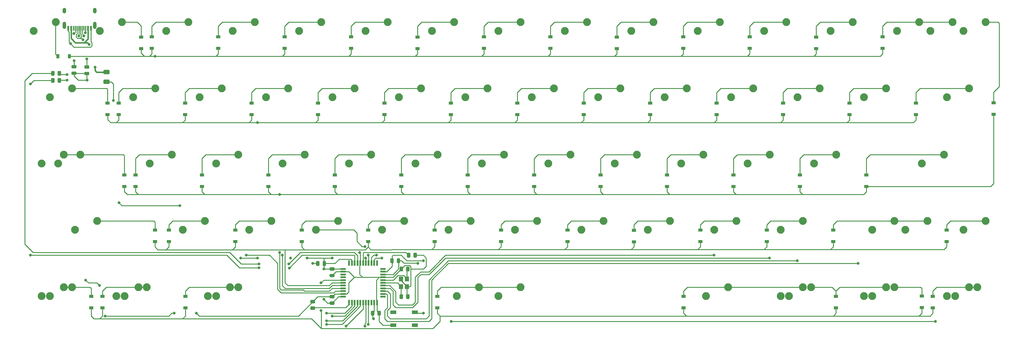
<source format=gbr>
G04 #@! TF.GenerationSoftware,KiCad,Pcbnew,(5.1.10)-1*
G04 #@! TF.CreationDate,2021-11-02T22:14:20+11:00*
G04 #@! TF.ProjectId,x60,7836302e-6b69-4636-9164-5f7063625858,rev?*
G04 #@! TF.SameCoordinates,Original*
G04 #@! TF.FileFunction,Copper,L2,Bot*
G04 #@! TF.FilePolarity,Positive*
%FSLAX46Y46*%
G04 Gerber Fmt 4.6, Leading zero omitted, Abs format (unit mm)*
G04 Created by KiCad (PCBNEW (5.1.10)-1) date 2021-11-02 22:14:20*
%MOMM*%
%LPD*%
G01*
G04 APERTURE LIST*
G04 #@! TA.AperFunction,ComponentPad*
%ADD10C,2.250000*%
G04 #@! TD*
G04 #@! TA.AperFunction,SMDPad,CuDef*
%ADD11R,0.600000X1.450000*%
G04 #@! TD*
G04 #@! TA.AperFunction,SMDPad,CuDef*
%ADD12R,0.300000X1.450000*%
G04 #@! TD*
G04 #@! TA.AperFunction,ComponentPad*
%ADD13O,1.000000X2.100000*%
G04 #@! TD*
G04 #@! TA.AperFunction,ComponentPad*
%ADD14O,1.000000X1.600000*%
G04 #@! TD*
G04 #@! TA.AperFunction,SMDPad,CuDef*
%ADD15R,0.900000X1.200000*%
G04 #@! TD*
G04 #@! TA.AperFunction,SMDPad,CuDef*
%ADD16R,1.200000X1.400000*%
G04 #@! TD*
G04 #@! TA.AperFunction,SMDPad,CuDef*
%ADD17R,1.500000X0.550000*%
G04 #@! TD*
G04 #@! TA.AperFunction,SMDPad,CuDef*
%ADD18R,0.550000X1.500000*%
G04 #@! TD*
G04 #@! TA.AperFunction,SMDPad,CuDef*
%ADD19R,1.800000X1.100000*%
G04 #@! TD*
G04 #@! TA.AperFunction,SMDPad,CuDef*
%ADD20R,1.200000X0.900000*%
G04 #@! TD*
G04 #@! TA.AperFunction,ViaPad*
%ADD21C,0.800000*%
G04 #@! TD*
G04 #@! TA.AperFunction,Conductor*
%ADD22C,0.254000*%
G04 #@! TD*
G04 #@! TA.AperFunction,Conductor*
%ADD23C,0.381000*%
G04 #@! TD*
G04 APERTURE END LIST*
D10*
X91434400Y-123499400D03*
X85084400Y-126039400D03*
X110410900Y-123508900D03*
X104060900Y-126048900D03*
D11*
X101500900Y-125311400D03*
X100700900Y-125311400D03*
X95800900Y-125311400D03*
X95000900Y-125311400D03*
X95000900Y-125311400D03*
X95800900Y-125311400D03*
X100700900Y-125311400D03*
X101500900Y-125311400D03*
D12*
X96500900Y-125311400D03*
X97000900Y-125311400D03*
X97500900Y-125311400D03*
X98500900Y-125311400D03*
X99000900Y-125311400D03*
X99500900Y-125311400D03*
X100000900Y-125311400D03*
X98000900Y-125311400D03*
D13*
X102570900Y-124396400D03*
X93930900Y-124396400D03*
D14*
X93930900Y-120216400D03*
X102570900Y-120216400D03*
D15*
X92014650Y-133351400D03*
X95314650Y-133351400D03*
D10*
X212804650Y-199708900D03*
X206454650Y-202248900D03*
X224710900Y-199708900D03*
X218360900Y-202248900D03*
G04 #@! TA.AperFunction,SMDPad,CuDef*
G36*
G01*
X100777150Y-136888900D02*
X99864650Y-136888900D01*
G75*
G02*
X99620900Y-136645150I0J243750D01*
G01*
X99620900Y-136157650D01*
G75*
G02*
X99864650Y-135913900I243750J0D01*
G01*
X100777150Y-135913900D01*
G75*
G02*
X101020900Y-136157650I0J-243750D01*
G01*
X101020900Y-136645150D01*
G75*
G02*
X100777150Y-136888900I-243750J0D01*
G01*
G37*
G04 #@! TD.AperFunction*
G04 #@! TA.AperFunction,SMDPad,CuDef*
G36*
G01*
X100777150Y-138763900D02*
X99864650Y-138763900D01*
G75*
G02*
X99620900Y-138520150I0J243750D01*
G01*
X99620900Y-138032650D01*
G75*
G02*
X99864650Y-137788900I243750J0D01*
G01*
X100777150Y-137788900D01*
G75*
G02*
X101020900Y-138032650I0J-243750D01*
G01*
X101020900Y-138520150D01*
G75*
G02*
X100777150Y-138763900I-243750J0D01*
G01*
G37*
G04 #@! TD.AperFunction*
G04 #@! TA.AperFunction,SMDPad,CuDef*
G36*
G01*
X97107150Y-136828900D02*
X96194650Y-136828900D01*
G75*
G02*
X95950900Y-136585150I0J243750D01*
G01*
X95950900Y-136097650D01*
G75*
G02*
X96194650Y-135853900I243750J0D01*
G01*
X97107150Y-135853900D01*
G75*
G02*
X97350900Y-136097650I0J-243750D01*
G01*
X97350900Y-136585150D01*
G75*
G02*
X97107150Y-136828900I-243750J0D01*
G01*
G37*
G04 #@! TD.AperFunction*
G04 #@! TA.AperFunction,SMDPad,CuDef*
G36*
G01*
X97107150Y-138703900D02*
X96194650Y-138703900D01*
G75*
G02*
X95950900Y-138460150I0J243750D01*
G01*
X95950900Y-137972650D01*
G75*
G02*
X96194650Y-137728900I243750J0D01*
G01*
X97107150Y-137728900D01*
G75*
G02*
X97350900Y-137972650I0J-243750D01*
G01*
X97350900Y-138460150D01*
G75*
G02*
X97107150Y-138703900I-243750J0D01*
G01*
G37*
G04 #@! TD.AperFunction*
X172404650Y-180658900D03*
X166054650Y-183198900D03*
G04 #@! TA.AperFunction,SMDPad,CuDef*
G36*
G01*
X106605900Y-138496400D02*
X105355900Y-138496400D01*
G75*
G02*
X105105900Y-138246400I0J250000D01*
G01*
X105105900Y-137496400D01*
G75*
G02*
X105355900Y-137246400I250000J0D01*
G01*
X106605900Y-137246400D01*
G75*
G02*
X106855900Y-137496400I0J-250000D01*
G01*
X106855900Y-138246400D01*
G75*
G02*
X106605900Y-138496400I-250000J0D01*
G01*
G37*
G04 #@! TD.AperFunction*
G04 #@! TA.AperFunction,SMDPad,CuDef*
G36*
G01*
X106605900Y-141296400D02*
X105355900Y-141296400D01*
G75*
G02*
X105105900Y-141046400I0J250000D01*
G01*
X105105900Y-140296400D01*
G75*
G02*
X105355900Y-140046400I250000J0D01*
G01*
X106605900Y-140046400D01*
G75*
G02*
X106855900Y-140296400I0J-250000D01*
G01*
X106855900Y-141046400D01*
G75*
G02*
X106605900Y-141296400I-250000J0D01*
G01*
G37*
G04 #@! TD.AperFunction*
G04 #@! TA.AperFunction,SMDPad,CuDef*
G36*
G01*
X167033400Y-192426400D02*
X167033400Y-193338900D01*
G75*
G02*
X166789650Y-193582650I-243750J0D01*
G01*
X166302150Y-193582650D01*
G75*
G02*
X166058400Y-193338900I0J243750D01*
G01*
X166058400Y-192426400D01*
G75*
G02*
X166302150Y-192182650I243750J0D01*
G01*
X166789650Y-192182650D01*
G75*
G02*
X167033400Y-192426400I0J-243750D01*
G01*
G37*
G04 #@! TD.AperFunction*
G04 #@! TA.AperFunction,SMDPad,CuDef*
G36*
G01*
X168908400Y-192426400D02*
X168908400Y-193338900D01*
G75*
G02*
X168664650Y-193582650I-243750J0D01*
G01*
X168177150Y-193582650D01*
G75*
G02*
X167933400Y-193338900I0J243750D01*
G01*
X167933400Y-192426400D01*
G75*
G02*
X168177150Y-192182650I243750J0D01*
G01*
X168664650Y-192182650D01*
G75*
G02*
X168908400Y-192426400I0J-243750D01*
G01*
G37*
G04 #@! TD.AperFunction*
G04 #@! TA.AperFunction,SMDPad,CuDef*
G36*
G01*
X170202150Y-195857650D02*
X171114650Y-195857650D01*
G75*
G02*
X171358400Y-196101400I0J-243750D01*
G01*
X171358400Y-196588900D01*
G75*
G02*
X171114650Y-196832650I-243750J0D01*
G01*
X170202150Y-196832650D01*
G75*
G02*
X169958400Y-196588900I0J243750D01*
G01*
X169958400Y-196101400D01*
G75*
G02*
X170202150Y-195857650I243750J0D01*
G01*
G37*
G04 #@! TD.AperFunction*
G04 #@! TA.AperFunction,SMDPad,CuDef*
G36*
G01*
X170202150Y-193982650D02*
X171114650Y-193982650D01*
G75*
G02*
X171358400Y-194226400I0J-243750D01*
G01*
X171358400Y-194713900D01*
G75*
G02*
X171114650Y-194957650I-243750J0D01*
G01*
X170202150Y-194957650D01*
G75*
G02*
X169958400Y-194713900I0J243750D01*
G01*
X169958400Y-194226400D01*
G75*
G02*
X170202150Y-193982650I243750J0D01*
G01*
G37*
G04 #@! TD.AperFunction*
X191373400Y-180658900D03*
X185023400Y-183198900D03*
X93742150Y-199708900D03*
X87392150Y-202248900D03*
D16*
X190389650Y-197338900D03*
X190389650Y-199538900D03*
X192089650Y-199538900D03*
X192089650Y-197338900D03*
D17*
X173833400Y-194438900D03*
X173833400Y-195238900D03*
X173833400Y-196038900D03*
X173833400Y-196838900D03*
X173833400Y-197638900D03*
X173833400Y-198438900D03*
X173833400Y-199238900D03*
X173833400Y-200038900D03*
X173833400Y-200838900D03*
X173833400Y-201638900D03*
X173833400Y-202438900D03*
D18*
X175533400Y-204138900D03*
X176333400Y-204138900D03*
X177133400Y-204138900D03*
X177933400Y-204138900D03*
X178733400Y-204138900D03*
X179533400Y-204138900D03*
X180333400Y-204138900D03*
X181133400Y-204138900D03*
X181933400Y-204138900D03*
X182733400Y-204138900D03*
X183533400Y-204138900D03*
D17*
X185233400Y-202438900D03*
X185233400Y-201638900D03*
X185233400Y-200838900D03*
X185233400Y-200038900D03*
X185233400Y-199238900D03*
X185233400Y-198438900D03*
X185233400Y-197638900D03*
X185233400Y-196838900D03*
X185233400Y-196038900D03*
X185233400Y-195238900D03*
X185233400Y-194438900D03*
D18*
X183533400Y-192738900D03*
X182733400Y-192738900D03*
X181933400Y-192738900D03*
X181133400Y-192738900D03*
X180333400Y-192738900D03*
X179533400Y-192738900D03*
X178733400Y-192738900D03*
X177933400Y-192738900D03*
X177133400Y-192738900D03*
X176333400Y-192738900D03*
X175533400Y-192738900D03*
D19*
X194395900Y-210607650D03*
X188195900Y-206907650D03*
X194395900Y-206907650D03*
X188195900Y-210607650D03*
G04 #@! TA.AperFunction,SMDPad,CuDef*
G36*
G01*
X164645900Y-205238900D02*
X165558400Y-205238900D01*
G75*
G02*
X165802150Y-205482650I0J-243750D01*
G01*
X165802150Y-205970150D01*
G75*
G02*
X165558400Y-206213900I-243750J0D01*
G01*
X164645900Y-206213900D01*
G75*
G02*
X164402150Y-205970150I0J243750D01*
G01*
X164402150Y-205482650D01*
G75*
G02*
X164645900Y-205238900I243750J0D01*
G01*
G37*
G04 #@! TD.AperFunction*
G04 #@! TA.AperFunction,SMDPad,CuDef*
G36*
G01*
X164645900Y-203363900D02*
X165558400Y-203363900D01*
G75*
G02*
X165802150Y-203607650I0J-243750D01*
G01*
X165802150Y-204095150D01*
G75*
G02*
X165558400Y-204338900I-243750J0D01*
G01*
X164645900Y-204338900D01*
G75*
G02*
X164402150Y-204095150I0J243750D01*
G01*
X164402150Y-203607650D01*
G75*
G02*
X164645900Y-203363900I243750J0D01*
G01*
G37*
G04 #@! TD.AperFunction*
G04 #@! TA.AperFunction,SMDPad,CuDef*
G36*
G01*
X188320900Y-191632650D02*
X188320900Y-192545150D01*
G75*
G02*
X188077150Y-192788900I-243750J0D01*
G01*
X187589650Y-192788900D01*
G75*
G02*
X187345900Y-192545150I0J243750D01*
G01*
X187345900Y-191632650D01*
G75*
G02*
X187589650Y-191388900I243750J0D01*
G01*
X188077150Y-191388900D01*
G75*
G02*
X188320900Y-191632650I0J-243750D01*
G01*
G37*
G04 #@! TD.AperFunction*
G04 #@! TA.AperFunction,SMDPad,CuDef*
G36*
G01*
X190195900Y-191632650D02*
X190195900Y-192545150D01*
G75*
G02*
X189952150Y-192788900I-243750J0D01*
G01*
X189464650Y-192788900D01*
G75*
G02*
X189220900Y-192545150I0J243750D01*
G01*
X189220900Y-191632650D01*
G75*
G02*
X189464650Y-191388900I243750J0D01*
G01*
X189952150Y-191388900D01*
G75*
G02*
X190195900Y-191632650I0J-243750D01*
G01*
G37*
G04 #@! TD.AperFunction*
G04 #@! TA.AperFunction,SMDPad,CuDef*
G36*
G01*
X91970900Y-138677650D02*
X91970900Y-137765150D01*
G75*
G02*
X92214650Y-137521400I243750J0D01*
G01*
X92702150Y-137521400D01*
G75*
G02*
X92945900Y-137765150I0J-243750D01*
G01*
X92945900Y-138677650D01*
G75*
G02*
X92702150Y-138921400I-243750J0D01*
G01*
X92214650Y-138921400D01*
G75*
G02*
X91970900Y-138677650I0J243750D01*
G01*
G37*
G04 #@! TD.AperFunction*
G04 #@! TA.AperFunction,SMDPad,CuDef*
G36*
G01*
X90095900Y-138677650D02*
X90095900Y-137765150D01*
G75*
G02*
X90339650Y-137521400I243750J0D01*
G01*
X90827150Y-137521400D01*
G75*
G02*
X91070900Y-137765150I0J-243750D01*
G01*
X91070900Y-138677650D01*
G75*
G02*
X90827150Y-138921400I-243750J0D01*
G01*
X90339650Y-138921400D01*
G75*
G02*
X90095900Y-138677650I0J243750D01*
G01*
G37*
G04 #@! TD.AperFunction*
G04 #@! TA.AperFunction,SMDPad,CuDef*
G36*
G01*
X91970900Y-140717650D02*
X91970900Y-139805150D01*
G75*
G02*
X92214650Y-139561400I243750J0D01*
G01*
X92702150Y-139561400D01*
G75*
G02*
X92945900Y-139805150I0J-243750D01*
G01*
X92945900Y-140717650D01*
G75*
G02*
X92702150Y-140961400I-243750J0D01*
G01*
X92214650Y-140961400D01*
G75*
G02*
X91970900Y-140717650I0J243750D01*
G01*
G37*
G04 #@! TD.AperFunction*
G04 #@! TA.AperFunction,SMDPad,CuDef*
G36*
G01*
X90095900Y-140717650D02*
X90095900Y-139805150D01*
G75*
G02*
X90339650Y-139561400I243750J0D01*
G01*
X90827150Y-139561400D01*
G75*
G02*
X91070900Y-139805150I0J-243750D01*
G01*
X91070900Y-140717650D01*
G75*
G02*
X90827150Y-140961400I-243750J0D01*
G01*
X90339650Y-140961400D01*
G75*
G02*
X90095900Y-140717650I0J243750D01*
G01*
G37*
G04 #@! TD.AperFunction*
D10*
X353298400Y-199708900D03*
X346948400Y-202248900D03*
X308054650Y-199708900D03*
X301704650Y-202248900D03*
X305673400Y-199708900D03*
X299323400Y-202248900D03*
X143748400Y-199708900D03*
X137398400Y-202248900D03*
X115173400Y-199708900D03*
X108823400Y-202248900D03*
X96123400Y-199708900D03*
X89773400Y-202248900D03*
X331867150Y-180658900D03*
X325517150Y-183198900D03*
X93742150Y-161608900D03*
X87392150Y-164148900D03*
X339010900Y-123508900D03*
X332660900Y-126048900D03*
X355679650Y-199708900D03*
X349329650Y-202248900D03*
X331867150Y-199708900D03*
X325517150Y-202248900D03*
X329485900Y-199708900D03*
X323135900Y-202248900D03*
X284242150Y-199708900D03*
X277892150Y-202248900D03*
X141367150Y-199708900D03*
X135017150Y-202248900D03*
X117554650Y-199708900D03*
X111204650Y-202248900D03*
X358060900Y-180658900D03*
X351710900Y-183198900D03*
X341392150Y-180658900D03*
X335042150Y-183198900D03*
X305673400Y-180658900D03*
X299323400Y-183198900D03*
X286623400Y-180658900D03*
X280273400Y-183198900D03*
X267573400Y-180658900D03*
X261223400Y-183198900D03*
X248523400Y-180658900D03*
X242173400Y-183198900D03*
X229473400Y-180658900D03*
X223123400Y-183198900D03*
X210423400Y-180658900D03*
X204073400Y-183198900D03*
X153273400Y-180658900D03*
X146923400Y-183198900D03*
X134223400Y-180658900D03*
X127873400Y-183198900D03*
X103267150Y-180658900D03*
X96917150Y-183198900D03*
X346154650Y-161608900D03*
X339804650Y-164148900D03*
X315198400Y-161608900D03*
X308848400Y-164148900D03*
X296148400Y-161608900D03*
X289798400Y-164148900D03*
X277098400Y-161608900D03*
X270748400Y-164148900D03*
X258048400Y-161608900D03*
X251698400Y-164148900D03*
X238998400Y-161608900D03*
X232648400Y-164148900D03*
X219948400Y-161608900D03*
X213598400Y-164148900D03*
X200898400Y-161608900D03*
X194548400Y-164148900D03*
X181848400Y-161608900D03*
X175498400Y-164148900D03*
X162798400Y-161608900D03*
X156448400Y-164148900D03*
X143748400Y-161608900D03*
X137398400Y-164148900D03*
X124698400Y-161608900D03*
X118348400Y-164148900D03*
X98504650Y-161608900D03*
X92154650Y-164148900D03*
X353298400Y-142558900D03*
X346948400Y-145098900D03*
X329485900Y-142558900D03*
X323135900Y-145098900D03*
X310435900Y-142558900D03*
X304085900Y-145098900D03*
X291385900Y-142558900D03*
X285035900Y-145098900D03*
X272335900Y-142558900D03*
X265985900Y-145098900D03*
X253285900Y-142558900D03*
X246935900Y-145098900D03*
X234235900Y-142558900D03*
X227885900Y-145098900D03*
X215185900Y-142558900D03*
X208835900Y-145098900D03*
X196135900Y-142558900D03*
X189785900Y-145098900D03*
X177085900Y-142558900D03*
X170735900Y-145098900D03*
X158035900Y-142558900D03*
X151685900Y-145098900D03*
X138985900Y-142558900D03*
X132635900Y-145098900D03*
X119935900Y-142558900D03*
X113585900Y-145098900D03*
X96123400Y-142558900D03*
X89773400Y-145098900D03*
X358060900Y-123508900D03*
X351710900Y-126048900D03*
X348535900Y-123508900D03*
X342185900Y-126048900D03*
X319960900Y-123508900D03*
X313610900Y-126048900D03*
X300910900Y-123508900D03*
X294560900Y-126048900D03*
X281860900Y-123508900D03*
X275510900Y-126048900D03*
X262810900Y-123508900D03*
X256460900Y-126048900D03*
X243760900Y-123508900D03*
X237410900Y-126048900D03*
X224710900Y-123508900D03*
X218360900Y-126048900D03*
X205660900Y-123508900D03*
X199310900Y-126048900D03*
X186610900Y-123508900D03*
X180260900Y-126048900D03*
X167560900Y-123508900D03*
X161210900Y-126048900D03*
X148510900Y-123508900D03*
X142160900Y-126048900D03*
X129460900Y-123508900D03*
X123110900Y-126048900D03*
D20*
X342902150Y-202345150D03*
X342902150Y-205645150D03*
X339727150Y-202282650D03*
X339727150Y-205582650D03*
X315120900Y-202345150D03*
X315120900Y-205645150D03*
X271464650Y-202345150D03*
X271464650Y-205645150D03*
X200820900Y-202345150D03*
X200820900Y-205645150D03*
X128589650Y-202345150D03*
X128589650Y-205645150D03*
X104777150Y-202345150D03*
X104777150Y-205645150D03*
X101602150Y-202345150D03*
X101602150Y-205645150D03*
X346870900Y-183295150D03*
X346870900Y-186595150D03*
X314327150Y-183295150D03*
X314327150Y-186595150D03*
X295277150Y-183295150D03*
X295277150Y-186595150D03*
X276227150Y-183295150D03*
X276227150Y-186595150D03*
X257177150Y-183357650D03*
X257177150Y-186657650D03*
X238127150Y-183295150D03*
X238127150Y-186595150D03*
X219077150Y-183295150D03*
X219077150Y-186595150D03*
X200027150Y-183295150D03*
X200027150Y-186595150D03*
X180977150Y-183295150D03*
X180977150Y-186595150D03*
X161927150Y-183295150D03*
X161927150Y-186595150D03*
X142877150Y-183295150D03*
X142877150Y-186595150D03*
X123827150Y-183295150D03*
X123827150Y-186595150D03*
X119858400Y-183295150D03*
X119858400Y-186595150D03*
X323852150Y-167420150D03*
X323852150Y-170720150D03*
X304802150Y-167420150D03*
X304802150Y-170720150D03*
X285752150Y-167420150D03*
X285752150Y-170720150D03*
X266702150Y-167420150D03*
X266702150Y-170720150D03*
X247652150Y-167420150D03*
X247652150Y-170720150D03*
X228602150Y-167420150D03*
X228602150Y-170720150D03*
X209552150Y-167420150D03*
X209552150Y-170720150D03*
X190502150Y-167420150D03*
X190502150Y-170720150D03*
X171452150Y-167420150D03*
X171452150Y-170720150D03*
X152402150Y-167420150D03*
X152402150Y-170720150D03*
X133352150Y-167420150D03*
X133352150Y-170720150D03*
X114302150Y-167420150D03*
X114302150Y-170720150D03*
X111045900Y-167420150D03*
X111045900Y-170720150D03*
X338058400Y-146782650D03*
X338058400Y-150082650D03*
X319008400Y-146782650D03*
X319008400Y-150082650D03*
X299958400Y-146782650D03*
X299958400Y-150082650D03*
X280908400Y-146782650D03*
X280908400Y-150082650D03*
X261858400Y-146782650D03*
X261858400Y-150082650D03*
X242808400Y-146782650D03*
X242808400Y-150082650D03*
X223758400Y-146782650D03*
X223758400Y-150082650D03*
X204708400Y-146782650D03*
X204708400Y-150082650D03*
X185658400Y-146782650D03*
X185658400Y-150082650D03*
X166608400Y-146782650D03*
X166608400Y-150082650D03*
X147558400Y-146782650D03*
X147558400Y-150082650D03*
X128508400Y-146782650D03*
X128508400Y-150082650D03*
X109458400Y-146782650D03*
X109458400Y-150082650D03*
X106283400Y-146782650D03*
X106283400Y-150082650D03*
X360364650Y-146720150D03*
X360364650Y-150020150D03*
X328533400Y-127732650D03*
X328533400Y-131032650D03*
X309483400Y-127795150D03*
X309483400Y-131095150D03*
X290433400Y-127732650D03*
X290433400Y-131032650D03*
X271383400Y-127732650D03*
X271383400Y-131032650D03*
X252333400Y-127795150D03*
X252333400Y-131095150D03*
X233283400Y-127732650D03*
X233283400Y-131032650D03*
X214233400Y-127732650D03*
X214233400Y-131032650D03*
X195183400Y-127795150D03*
X195183400Y-131095150D03*
X176133400Y-127732650D03*
X176133400Y-131032650D03*
X157083400Y-127732650D03*
X157083400Y-131032650D03*
X138033400Y-127732650D03*
X138033400Y-131032650D03*
X118983400Y-127732650D03*
X118983400Y-131032650D03*
X115889650Y-127795150D03*
X115889650Y-131095150D03*
G04 #@! TA.AperFunction,SMDPad,CuDef*
G36*
G01*
X171114650Y-202895150D02*
X170202150Y-202895150D01*
G75*
G02*
X169958400Y-202651400I0J243750D01*
G01*
X169958400Y-202163900D01*
G75*
G02*
X170202150Y-201920150I243750J0D01*
G01*
X171114650Y-201920150D01*
G75*
G02*
X171358400Y-202163900I0J-243750D01*
G01*
X171358400Y-202651400D01*
G75*
G02*
X171114650Y-202895150I-243750J0D01*
G01*
G37*
G04 #@! TD.AperFunction*
G04 #@! TA.AperFunction,SMDPad,CuDef*
G36*
G01*
X171114650Y-204770150D02*
X170202150Y-204770150D01*
G75*
G02*
X169958400Y-204526400I0J243750D01*
G01*
X169958400Y-204038900D01*
G75*
G02*
X170202150Y-203795150I243750J0D01*
G01*
X171114650Y-203795150D01*
G75*
G02*
X171358400Y-204038900I0J-243750D01*
G01*
X171358400Y-204526400D01*
G75*
G02*
X171114650Y-204770150I-243750J0D01*
G01*
G37*
G04 #@! TD.AperFunction*
G04 #@! TA.AperFunction,SMDPad,CuDef*
G36*
G01*
X193983400Y-190957650D02*
X193983400Y-190045150D01*
G75*
G02*
X194227150Y-189801400I243750J0D01*
G01*
X194714650Y-189801400D01*
G75*
G02*
X194958400Y-190045150I0J-243750D01*
G01*
X194958400Y-190957650D01*
G75*
G02*
X194714650Y-191201400I-243750J0D01*
G01*
X194227150Y-191201400D01*
G75*
G02*
X193983400Y-190957650I0J243750D01*
G01*
G37*
G04 #@! TD.AperFunction*
G04 #@! TA.AperFunction,SMDPad,CuDef*
G36*
G01*
X192108400Y-190957650D02*
X192108400Y-190045150D01*
G75*
G02*
X192352150Y-189801400I243750J0D01*
G01*
X192839650Y-189801400D01*
G75*
G02*
X193083400Y-190045150I0J-243750D01*
G01*
X193083400Y-190957650D01*
G75*
G02*
X192839650Y-191201400I-243750J0D01*
G01*
X192352150Y-191201400D01*
G75*
G02*
X192108400Y-190957650I0J243750D01*
G01*
G37*
G04 #@! TD.AperFunction*
G04 #@! TA.AperFunction,SMDPad,CuDef*
G36*
G01*
X190989650Y-194013900D02*
X190989650Y-194926400D01*
G75*
G02*
X190745900Y-195170150I-243750J0D01*
G01*
X190258400Y-195170150D01*
G75*
G02*
X190014650Y-194926400I0J243750D01*
G01*
X190014650Y-194013900D01*
G75*
G02*
X190258400Y-193770150I243750J0D01*
G01*
X190745900Y-193770150D01*
G75*
G02*
X190989650Y-194013900I0J-243750D01*
G01*
G37*
G04 #@! TD.AperFunction*
G04 #@! TA.AperFunction,SMDPad,CuDef*
G36*
G01*
X192864650Y-194013900D02*
X192864650Y-194926400D01*
G75*
G02*
X192620900Y-195170150I-243750J0D01*
G01*
X192133400Y-195170150D01*
G75*
G02*
X191889650Y-194926400I0J243750D01*
G01*
X191889650Y-194013900D01*
G75*
G02*
X192133400Y-193770150I243750J0D01*
G01*
X192620900Y-193770150D01*
G75*
G02*
X192864650Y-194013900I0J-243750D01*
G01*
G37*
G04 #@! TD.AperFunction*
G04 #@! TA.AperFunction,SMDPad,CuDef*
G36*
G01*
X191889650Y-202863900D02*
X191889650Y-201951400D01*
G75*
G02*
X192133400Y-201707650I243750J0D01*
G01*
X192620900Y-201707650D01*
G75*
G02*
X192864650Y-201951400I0J-243750D01*
G01*
X192864650Y-202863900D01*
G75*
G02*
X192620900Y-203107650I-243750J0D01*
G01*
X192133400Y-203107650D01*
G75*
G02*
X191889650Y-202863900I0J243750D01*
G01*
G37*
G04 #@! TD.AperFunction*
G04 #@! TA.AperFunction,SMDPad,CuDef*
G36*
G01*
X190014650Y-202863900D02*
X190014650Y-201951400D01*
G75*
G02*
X190258400Y-201707650I243750J0D01*
G01*
X190745900Y-201707650D01*
G75*
G02*
X190989650Y-201951400I0J-243750D01*
G01*
X190989650Y-202863900D01*
G75*
G02*
X190745900Y-203107650I-243750J0D01*
G01*
X190258400Y-203107650D01*
G75*
G02*
X190014650Y-202863900I0J243750D01*
G01*
G37*
G04 #@! TD.AperFunction*
G04 #@! TA.AperFunction,SMDPad,CuDef*
G36*
G01*
X183664650Y-207626400D02*
X183664650Y-206713900D01*
G75*
G02*
X183908400Y-206470150I243750J0D01*
G01*
X184395900Y-206470150D01*
G75*
G02*
X184639650Y-206713900I0J-243750D01*
G01*
X184639650Y-207626400D01*
G75*
G02*
X184395900Y-207870150I-243750J0D01*
G01*
X183908400Y-207870150D01*
G75*
G02*
X183664650Y-207626400I0J243750D01*
G01*
G37*
G04 #@! TD.AperFunction*
G04 #@! TA.AperFunction,SMDPad,CuDef*
G36*
G01*
X181789650Y-207626400D02*
X181789650Y-206713900D01*
G75*
G02*
X182033400Y-206470150I243750J0D01*
G01*
X182520900Y-206470150D01*
G75*
G02*
X182764650Y-206713900I0J-243750D01*
G01*
X182764650Y-207626400D01*
G75*
G02*
X182520900Y-207870150I-243750J0D01*
G01*
X182033400Y-207870150D01*
G75*
G02*
X181789650Y-207626400I0J243750D01*
G01*
G37*
G04 #@! TD.AperFunction*
D21*
X178595900Y-189707650D03*
X165102150Y-192882650D03*
X95630900Y-129711400D03*
X100410900Y-140181400D03*
X131764650Y-207170150D03*
X125414650Y-207170150D03*
X105570900Y-207963900D03*
X103983400Y-199232650D03*
X100014650Y-197645150D03*
X168277150Y-203201400D03*
X180260400Y-191295150D03*
X170658400Y-191295150D03*
X168277150Y-194470150D03*
X182564650Y-208757650D03*
X163514650Y-191295150D03*
X158752150Y-191295150D03*
X149227150Y-191295150D03*
X144464650Y-191295150D03*
X107952150Y-146051400D03*
X109539650Y-175420150D03*
X127002150Y-176213900D03*
X195250200Y-192869100D03*
X146052150Y-190501400D03*
X119858400Y-133351400D03*
X156370900Y-190501400D03*
X155577150Y-173038900D03*
X155577150Y-189707650D03*
X149227150Y-152401400D03*
X167483400Y-198438900D03*
X167483400Y-206376400D03*
X101037399Y-129941400D03*
X102680900Y-136471400D03*
X174627150Y-210853640D03*
X169070900Y-210345150D03*
X169084966Y-209331081D03*
X180977150Y-190501400D03*
X180066208Y-188002958D03*
X169070900Y-207170150D03*
X183358400Y-190501400D03*
X184945900Y-191295150D03*
X180977150Y-210345150D03*
X180116081Y-210853640D03*
X280195900Y-190501400D03*
X296070900Y-191295150D03*
X304008400Y-192088900D03*
X321470900Y-192882650D03*
X170658400Y-207963900D03*
X204789650Y-209551400D03*
X343695900Y-209551400D03*
X99220900Y-128611400D03*
X94620900Y-140191400D03*
X158400900Y-194181400D03*
X149680900Y-194101400D03*
X84139650Y-190501400D03*
X84139650Y-141288900D03*
X98010900Y-127461400D03*
X99464901Y-127484861D03*
X94630900Y-138541400D03*
X158270900Y-193011400D03*
X149710900Y-193018400D03*
X196852150Y-192088900D03*
X196852150Y-207170150D03*
X96638124Y-126778517D03*
X96650900Y-134631400D03*
X99910400Y-126589578D03*
X100340900Y-134101400D03*
D22*
X185233400Y-196838900D02*
X184164650Y-196838900D01*
X184164650Y-196838900D02*
X183358400Y-197645150D01*
X183358400Y-197645150D02*
X183358400Y-203995150D01*
X178595900Y-192876400D02*
X178733400Y-192738900D01*
X178595900Y-196057650D02*
X178595900Y-192876400D01*
X184164650Y-196838900D02*
X179377150Y-196838900D01*
X179377150Y-196838900D02*
X178595900Y-196057650D01*
X179377150Y-196838900D02*
X177020900Y-196838900D01*
X175420900Y-195238900D02*
X173833400Y-195238900D01*
X177020900Y-196838900D02*
X175420900Y-195238900D01*
X174837400Y-201638900D02*
X173833400Y-201638900D01*
X175420900Y-201055400D02*
X174837400Y-201638900D01*
X175420900Y-198438900D02*
X175420900Y-201055400D01*
X177020900Y-196838900D02*
X175420900Y-198438900D01*
X183533400Y-206551400D02*
X184152150Y-207170150D01*
X183533400Y-204138900D02*
X183533400Y-206551400D01*
X185208400Y-210607650D02*
X188195900Y-210607650D01*
X184152150Y-207170150D02*
X184152150Y-209551400D01*
X184152150Y-209551400D02*
X185208400Y-210607650D01*
X190389650Y-194582650D02*
X190502150Y-194470150D01*
X192089650Y-202120150D02*
X192377150Y-202407650D01*
X192089650Y-199538900D02*
X192089650Y-202120150D01*
X188133400Y-196838900D02*
X190502150Y-194470150D01*
X185233400Y-196838900D02*
X188133400Y-196838900D01*
X192089650Y-199438900D02*
X192089650Y-199538900D01*
X190389650Y-197738900D02*
X192089650Y-199438900D01*
X190389650Y-197338900D02*
X190389650Y-197738900D01*
X192943650Y-199538900D02*
X192089650Y-199538900D01*
X193191660Y-199290890D02*
X192943650Y-199538900D01*
X192857318Y-193443140D02*
X193191660Y-193777482D01*
X191529160Y-193443140D02*
X192857318Y-193443140D01*
X190502150Y-194470150D02*
X191529160Y-193443140D01*
X171764650Y-195238900D02*
X170658400Y-196345150D01*
X173833400Y-195238900D02*
X171764650Y-195238900D01*
X194470900Y-190501400D02*
X196852150Y-190501400D01*
X196852150Y-190501400D02*
X197645900Y-191295150D01*
X197645900Y-191295150D02*
X197645900Y-193676400D01*
X197645900Y-193676400D02*
X196852150Y-194470150D01*
X196852150Y-194470150D02*
X193191660Y-194470150D01*
X193191660Y-194470150D02*
X193191660Y-194778410D01*
X193191660Y-193777482D02*
X193191660Y-194778410D01*
X193191660Y-194778410D02*
X193191660Y-199290890D01*
X178733400Y-189845150D02*
X178595900Y-189707650D01*
X178733400Y-192738900D02*
X178733400Y-189845150D01*
X165102150Y-192882650D02*
X166545900Y-192882650D01*
X171427150Y-201638900D02*
X170658400Y-202407650D01*
X173833400Y-201638900D02*
X171427150Y-201638900D01*
X166545900Y-202407650D02*
X165102150Y-203851400D01*
X170658400Y-202407650D02*
X166545900Y-202407650D01*
X95000900Y-125311400D02*
X95102901Y-125413401D01*
X101500900Y-129077862D02*
X101500900Y-125311400D01*
X101764400Y-129341362D02*
X101500900Y-129077862D01*
X101764400Y-130290361D02*
X101764400Y-129341362D01*
X101386360Y-130668401D02*
X101764400Y-130290361D01*
X96587901Y-130668401D02*
X101386360Y-130668401D01*
X95630900Y-129711400D02*
X96587901Y-130668401D01*
X100260900Y-138216400D02*
X100320900Y-138276400D01*
X96650900Y-138216400D02*
X100260900Y-138216400D01*
X100320900Y-140091400D02*
X100410900Y-140181400D01*
X100320900Y-138276400D02*
X100320900Y-140091400D01*
X96650900Y-138216400D02*
X96650900Y-138991400D01*
X97840900Y-140181400D02*
X100410900Y-140181400D01*
X96650900Y-138991400D02*
X97840900Y-140181400D01*
X165102150Y-203851400D02*
X160989650Y-207963900D01*
X132558400Y-207963900D02*
X131764650Y-207170150D01*
X160989650Y-207963900D02*
X132558400Y-207963900D01*
X125414650Y-207170150D02*
X124620900Y-207170150D01*
X123827150Y-207963900D02*
X105570900Y-207963900D01*
X124620900Y-207170150D02*
X123827150Y-207963900D01*
X103983400Y-199232650D02*
X103189650Y-198438900D01*
X103189650Y-198438900D02*
X100808400Y-198438900D01*
X100808400Y-198438900D02*
X100014650Y-197645150D01*
X95230901Y-129311401D02*
X95630900Y-129711400D01*
X95230901Y-126350302D02*
X95230901Y-129311401D01*
X95000900Y-126120301D02*
X95230901Y-126350302D01*
X95000900Y-125311400D02*
X95000900Y-126120301D01*
X182733400Y-206713900D02*
X182277150Y-207170150D01*
X182733400Y-204138900D02*
X182733400Y-206713900D01*
X185233400Y-196038900D02*
X188118890Y-196038900D01*
X188118890Y-196038900D02*
X188893890Y-195263900D01*
X188914650Y-195263900D02*
X189687640Y-194490910D01*
X188893890Y-195263900D02*
X188914650Y-195263900D01*
X189687640Y-194490910D02*
X189687640Y-193697160D01*
X189708400Y-193676400D02*
X189708400Y-192088900D01*
X189687640Y-193697160D02*
X189708400Y-193676400D01*
X170689650Y-194438900D02*
X170658400Y-194470150D01*
X173833400Y-194438900D02*
X170689650Y-194438900D01*
X170658400Y-194470150D02*
X168277150Y-194470150D01*
X189708400Y-192088900D02*
X190566783Y-192088900D01*
X190566783Y-192088900D02*
X191249828Y-192771945D01*
X180333400Y-191368150D02*
X180260400Y-191295150D01*
X180333400Y-192738900D02*
X180333400Y-191368150D01*
X171452150Y-192882650D02*
X168420900Y-192882650D01*
X172672901Y-191661899D02*
X171452150Y-192882650D01*
X176025149Y-191661899D02*
X172672901Y-191661899D01*
X176333400Y-192738900D02*
X176333400Y-191970150D01*
X176333400Y-191970150D02*
X176025149Y-191661899D01*
X168277150Y-193026400D02*
X168420900Y-192882650D01*
X168277150Y-194470150D02*
X168277150Y-193026400D01*
X168420900Y-192882650D02*
X168420900Y-192232650D01*
X168420900Y-192232650D02*
X168277150Y-192088900D01*
X168277150Y-192088900D02*
X168277150Y-191295150D01*
X168277150Y-191295150D02*
X170658400Y-191295150D01*
X172502150Y-202438900D02*
X170658400Y-204282650D01*
X173833400Y-202438900D02*
X172502150Y-202438900D01*
X169358400Y-204282650D02*
X168277150Y-203201400D01*
X170658400Y-204282650D02*
X169358400Y-204282650D01*
X182277150Y-207170150D02*
X182277150Y-208470150D01*
X182277150Y-208470150D02*
X182564650Y-208757650D01*
X168277150Y-191295150D02*
X163514650Y-191295150D01*
X149227150Y-191295150D02*
X144464650Y-191295150D01*
X105980900Y-140671400D02*
X107334650Y-140671400D01*
X107952150Y-141288900D02*
X107952150Y-146051400D01*
X107334650Y-140671400D02*
X107952150Y-141288900D01*
X109539650Y-175420150D02*
X110333400Y-176213900D01*
X110333400Y-176213900D02*
X127002150Y-176213900D01*
X195153045Y-192771945D02*
X195250200Y-192869100D01*
X191249828Y-192771945D02*
X195153045Y-192771945D01*
X190389650Y-202295150D02*
X190502150Y-202407650D01*
X190389650Y-199538900D02*
X190389650Y-202295150D01*
X190389650Y-199438900D02*
X190389650Y-199538900D01*
X189389650Y-198438900D02*
X190389650Y-199438900D01*
X185233400Y-198438900D02*
X189389650Y-198438900D01*
X192233400Y-197195150D02*
X192089650Y-197338900D01*
X192089650Y-194757650D02*
X192377150Y-194470150D01*
X192089650Y-197338900D02*
X192089650Y-194757650D01*
X192089650Y-197238900D02*
X192089650Y-197338900D01*
X191162649Y-196311899D02*
X192089650Y-197238900D01*
X189528049Y-196311899D02*
X191162649Y-196311899D01*
X188201048Y-197638900D02*
X189528049Y-196311899D01*
X185233400Y-197638900D02*
X188201048Y-197638900D01*
X179533400Y-192738900D02*
X179533400Y-189851400D01*
X179533400Y-189851400D02*
X179677150Y-189707650D01*
X191802150Y-189707650D02*
X192595900Y-190501400D01*
X179677150Y-189707650D02*
X191802150Y-189707650D01*
X91360900Y-132697650D02*
X92014650Y-133351400D01*
X91360900Y-123508900D02*
X91360900Y-132697650D01*
X97633400Y-133351400D02*
X99220900Y-133351400D01*
X118983400Y-132638900D02*
X118983400Y-131032650D01*
X118270900Y-133351400D02*
X118983400Y-132638900D01*
X118270900Y-133351400D02*
X137320900Y-133351400D01*
X138033400Y-132638900D02*
X138033400Y-131032650D01*
X137320900Y-133351400D02*
X138033400Y-132638900D01*
X137320900Y-133351400D02*
X156370900Y-133351400D01*
X157083400Y-132638900D02*
X157083400Y-131032650D01*
X156370900Y-133351400D02*
X157083400Y-132638900D01*
X156370900Y-133351400D02*
X175420900Y-133351400D01*
X176133400Y-132638900D02*
X176133400Y-131032650D01*
X175420900Y-133351400D02*
X176133400Y-132638900D01*
X175420900Y-133351400D02*
X194470900Y-133351400D01*
X195183400Y-132638900D02*
X195183400Y-131095150D01*
X194470900Y-133351400D02*
X195183400Y-132638900D01*
X194470900Y-133351400D02*
X213520900Y-133351400D01*
X214233400Y-132638900D02*
X214233400Y-131032650D01*
X213520900Y-133351400D02*
X214233400Y-132638900D01*
X213520900Y-133351400D02*
X232570900Y-133351400D01*
X233283400Y-132638900D02*
X233283400Y-131032650D01*
X232570900Y-133351400D02*
X233283400Y-132638900D01*
X232570900Y-133351400D02*
X251620900Y-133351400D01*
X252333400Y-132638900D02*
X252333400Y-131095150D01*
X251620900Y-133351400D02*
X252333400Y-132638900D01*
X251620900Y-133351400D02*
X270670900Y-133351400D01*
X271383400Y-132638900D02*
X271383400Y-131032650D01*
X270670900Y-133351400D02*
X271383400Y-132638900D01*
X270670900Y-133351400D02*
X289720900Y-133351400D01*
X290433400Y-132638900D02*
X290433400Y-131032650D01*
X289720900Y-133351400D02*
X290433400Y-132638900D01*
X289720900Y-133351400D02*
X308770900Y-133351400D01*
X309483400Y-132638900D02*
X309483400Y-131095150D01*
X308770900Y-133351400D02*
X309483400Y-132638900D01*
X308770900Y-133351400D02*
X327820900Y-133351400D01*
X328533400Y-132638900D02*
X328533400Y-131032650D01*
X327820900Y-133351400D02*
X328533400Y-132638900D01*
X95314650Y-133351400D02*
X98427150Y-133351400D01*
X146052150Y-190501400D02*
X152710900Y-190501400D01*
X152710900Y-190501400D02*
X155040900Y-192831400D01*
X155040900Y-192831400D02*
X155040900Y-200271400D01*
X171585083Y-200838900D02*
X173833400Y-200838900D01*
X171149823Y-201274160D02*
X171585083Y-200838900D01*
X156043660Y-201274160D02*
X171149823Y-201274160D01*
X155040900Y-200271400D02*
X156043660Y-201274160D01*
X115889650Y-132367150D02*
X116873900Y-133351400D01*
X116873900Y-133351400D02*
X118270900Y-133351400D01*
X115889650Y-131095150D02*
X115889650Y-132367150D01*
X99220900Y-133351400D02*
X116873900Y-133351400D01*
X115889650Y-124620150D02*
X115889650Y-127795150D01*
X114778400Y-123508900D02*
X115889650Y-124620150D01*
X110410900Y-123508900D02*
X114778400Y-123508900D01*
X129460900Y-123508900D02*
X120175900Y-123508900D01*
X118983400Y-124701400D02*
X118983400Y-127732650D01*
X120175900Y-123508900D02*
X118983400Y-124701400D01*
X148510900Y-123508900D02*
X139225900Y-123508900D01*
X138033400Y-124701400D02*
X138033400Y-127732650D01*
X139225900Y-123508900D02*
X138033400Y-124701400D01*
X167560900Y-123508900D02*
X158275900Y-123508900D01*
X157083400Y-124701400D02*
X157083400Y-127732650D01*
X158275900Y-123508900D02*
X157083400Y-124701400D01*
X186610900Y-123508900D02*
X177325900Y-123508900D01*
X176133400Y-124701400D02*
X176133400Y-127732650D01*
X177325900Y-123508900D02*
X176133400Y-124701400D01*
X205660900Y-123508900D02*
X196375900Y-123508900D01*
X195183400Y-124701400D02*
X195183400Y-127795150D01*
X196375900Y-123508900D02*
X195183400Y-124701400D01*
X224710900Y-123508900D02*
X215425900Y-123508900D01*
X214233400Y-124701400D02*
X214233400Y-127732650D01*
X215425900Y-123508900D02*
X214233400Y-124701400D01*
X243760900Y-123508900D02*
X234475900Y-123508900D01*
X233283400Y-124701400D02*
X233283400Y-127732650D01*
X234475900Y-123508900D02*
X233283400Y-124701400D01*
X262810900Y-123508900D02*
X253525900Y-123508900D01*
X252333400Y-124701400D02*
X252333400Y-127795150D01*
X253525900Y-123508900D02*
X252333400Y-124701400D01*
X281860900Y-123508900D02*
X272575900Y-123508900D01*
X271383400Y-124701400D02*
X271383400Y-127732650D01*
X272575900Y-123508900D02*
X271383400Y-124701400D01*
X300910900Y-123508900D02*
X291625900Y-123508900D01*
X290433400Y-124701400D02*
X290433400Y-127732650D01*
X291625900Y-123508900D02*
X290433400Y-124701400D01*
X319960900Y-123508900D02*
X310675900Y-123508900D01*
X309483400Y-124701400D02*
X309483400Y-127795150D01*
X310675900Y-123508900D02*
X309483400Y-124701400D01*
X339010900Y-123508900D02*
X329725900Y-123508900D01*
X328533400Y-124701400D02*
X328533400Y-127732650D01*
X329725900Y-123508900D02*
X328533400Y-124701400D01*
X346944910Y-123508900D02*
X339010900Y-123508900D01*
X348535900Y-123508900D02*
X346944910Y-123508900D01*
X358060900Y-123508900D02*
X361634650Y-123508900D01*
X361634650Y-123508900D02*
X361952150Y-123826400D01*
X361952150Y-123826400D02*
X361952150Y-142082650D01*
X360364650Y-143670150D02*
X360364650Y-146720150D01*
X361952150Y-142082650D02*
X360364650Y-143670150D01*
X359508400Y-170720150D02*
X323852150Y-170720150D01*
X360364650Y-150020150D02*
X360364650Y-169863900D01*
X360364650Y-169863900D02*
X359508400Y-170720150D01*
X323852150Y-170720150D02*
X323852150Y-172245150D01*
X323852150Y-172245150D02*
X323058400Y-173038900D01*
X323058400Y-173038900D02*
X305595900Y-173038900D01*
X304802150Y-172245150D02*
X304802150Y-170720150D01*
X305595900Y-173038900D02*
X304802150Y-172245150D01*
X305595900Y-173038900D02*
X286545900Y-173038900D01*
X285752150Y-172245150D02*
X285752150Y-170720150D01*
X286545900Y-173038900D02*
X285752150Y-172245150D01*
X286545900Y-173038900D02*
X267495900Y-173038900D01*
X266702150Y-172245150D02*
X266702150Y-170720150D01*
X267495900Y-173038900D02*
X266702150Y-172245150D01*
X267495900Y-173038900D02*
X248445900Y-173038900D01*
X247652150Y-172245150D02*
X247652150Y-170720150D01*
X248445900Y-173038900D02*
X247652150Y-172245150D01*
X248445900Y-173038900D02*
X229395900Y-173038900D01*
X228602150Y-172245150D02*
X228602150Y-170720150D01*
X229395900Y-173038900D02*
X228602150Y-172245150D01*
X229395900Y-173038900D02*
X210345900Y-173038900D01*
X209552150Y-172245150D02*
X209552150Y-170720150D01*
X210345900Y-173038900D02*
X209552150Y-172245150D01*
X210345900Y-173038900D02*
X191295900Y-173038900D01*
X190502150Y-172245150D02*
X190502150Y-170720150D01*
X191295900Y-173038900D02*
X190502150Y-172245150D01*
X191295900Y-173038900D02*
X172245900Y-173038900D01*
X171452150Y-172245150D02*
X171452150Y-170720150D01*
X172245900Y-173038900D02*
X171452150Y-172245150D01*
X172245900Y-173038900D02*
X153195900Y-173038900D01*
X152402150Y-172245150D02*
X152402150Y-170720150D01*
X153195900Y-173038900D02*
X152402150Y-172245150D01*
X153195900Y-173038900D02*
X134145900Y-173038900D01*
X133352150Y-172245150D02*
X133352150Y-170720150D01*
X134145900Y-173038900D02*
X133352150Y-172245150D01*
X134145900Y-173038900D02*
X115095900Y-173038900D01*
X114302150Y-172245150D02*
X114302150Y-170720150D01*
X115095900Y-173038900D02*
X114302150Y-172245150D01*
X115095900Y-173038900D02*
X111920900Y-173038900D01*
X111045900Y-172163900D02*
X111045900Y-170720150D01*
X111920900Y-173038900D02*
X111045900Y-172163900D01*
X173833400Y-199238900D02*
X170652150Y-199238900D01*
X170652150Y-199238900D02*
X169864650Y-200026400D01*
X165102150Y-200026400D02*
X157164650Y-200026400D01*
X165102150Y-200026400D02*
X164308400Y-200026400D01*
X169864650Y-200026400D02*
X165102150Y-200026400D01*
X157164650Y-200026400D02*
X156370900Y-199232650D01*
X156370900Y-199232650D02*
X156370900Y-190501400D01*
X96123400Y-142558900D02*
X106047150Y-142558900D01*
X106283400Y-142795150D02*
X106283400Y-146782650D01*
X106047150Y-142558900D02*
X106283400Y-142795150D01*
X106283400Y-150786650D02*
X106364650Y-150867900D01*
X106283400Y-150082650D02*
X106283400Y-150786650D01*
X106364650Y-150867900D02*
X106364650Y-151607650D01*
X106364650Y-151607650D02*
X107158400Y-152401400D01*
X107158400Y-152401400D02*
X108745900Y-152401400D01*
X109458400Y-151688900D02*
X109458400Y-150082650D01*
X108745900Y-152401400D02*
X109458400Y-151688900D01*
X108745900Y-152401400D02*
X127795900Y-152401400D01*
X128508400Y-151688900D02*
X128508400Y-150082650D01*
X127795900Y-152401400D02*
X128508400Y-151688900D01*
X127795900Y-152401400D02*
X146845900Y-152401400D01*
X147558400Y-151688900D02*
X147558400Y-150082650D01*
X146845900Y-152401400D02*
X147558400Y-151688900D01*
X146845900Y-152401400D02*
X165895900Y-152401400D01*
X166608400Y-151688900D02*
X166608400Y-150082650D01*
X165895900Y-152401400D02*
X166608400Y-151688900D01*
X165895900Y-152401400D02*
X184945900Y-152401400D01*
X185658400Y-151688900D02*
X185658400Y-150082650D01*
X184945900Y-152401400D02*
X185658400Y-151688900D01*
X184945900Y-152401400D02*
X203995900Y-152401400D01*
X204708400Y-151688900D02*
X204708400Y-150082650D01*
X203995900Y-152401400D02*
X204708400Y-151688900D01*
X203995900Y-152401400D02*
X223045900Y-152401400D01*
X223758400Y-151688900D02*
X223758400Y-150082650D01*
X223045900Y-152401400D02*
X223758400Y-151688900D01*
X223045900Y-152401400D02*
X242095900Y-152401400D01*
X242808400Y-151688900D02*
X242808400Y-150082650D01*
X242095900Y-152401400D02*
X242808400Y-151688900D01*
X242095900Y-152401400D02*
X261145900Y-152401400D01*
X261858400Y-151688900D02*
X261858400Y-150082650D01*
X261145900Y-152401400D02*
X261858400Y-151688900D01*
X261145900Y-152401400D02*
X280195900Y-152401400D01*
X280908400Y-151688900D02*
X280908400Y-150082650D01*
X280195900Y-152401400D02*
X280908400Y-151688900D01*
X280195900Y-152401400D02*
X299245900Y-152401400D01*
X299958400Y-151688900D02*
X299958400Y-150082650D01*
X299245900Y-152401400D02*
X299958400Y-151688900D01*
X299245900Y-152401400D02*
X318295900Y-152401400D01*
X319008400Y-151688900D02*
X319008400Y-150082650D01*
X318295900Y-152401400D02*
X319008400Y-151688900D01*
X318295900Y-152401400D02*
X337345900Y-152401400D01*
X338058400Y-151688900D02*
X338058400Y-150082650D01*
X337345900Y-152401400D02*
X338058400Y-151688900D01*
X173833400Y-200038900D02*
X170645900Y-200038900D01*
X170645900Y-200038900D02*
X169864650Y-200820150D01*
X162381160Y-200480410D02*
X156031160Y-200480410D01*
X162720900Y-200820150D02*
X162381160Y-200480410D01*
X165102150Y-200820150D02*
X162720900Y-200820150D01*
X165102150Y-200820150D02*
X164308400Y-200820150D01*
X169864650Y-200820150D02*
X165102150Y-200820150D01*
X156031160Y-200480410D02*
X155577150Y-200026400D01*
X155577150Y-200026400D02*
X155577150Y-189707650D01*
X119935900Y-142558900D02*
X110650900Y-142558900D01*
X109458400Y-143751400D02*
X109458400Y-146782650D01*
X110650900Y-142558900D02*
X109458400Y-143751400D01*
X138985900Y-142558900D02*
X129700900Y-142558900D01*
X128508400Y-143751400D02*
X128508400Y-146782650D01*
X129700900Y-142558900D02*
X128508400Y-143751400D01*
X158035900Y-142558900D02*
X148750900Y-142558900D01*
X147558400Y-143751400D02*
X147558400Y-146782650D01*
X148750900Y-142558900D02*
X147558400Y-143751400D01*
X177085900Y-142558900D02*
X167800900Y-142558900D01*
X166608400Y-143751400D02*
X166608400Y-146782650D01*
X167800900Y-142558900D02*
X166608400Y-143751400D01*
X196135900Y-142558900D02*
X186850900Y-142558900D01*
X185658400Y-143751400D02*
X185658400Y-146782650D01*
X186850900Y-142558900D02*
X185658400Y-143751400D01*
X215185900Y-142558900D02*
X205900900Y-142558900D01*
X204708400Y-143751400D02*
X204708400Y-146782650D01*
X205900900Y-142558900D02*
X204708400Y-143751400D01*
X234235900Y-142558900D02*
X224950900Y-142558900D01*
X223758400Y-143751400D02*
X223758400Y-146782650D01*
X224950900Y-142558900D02*
X223758400Y-143751400D01*
X253285900Y-142558900D02*
X244000900Y-142558900D01*
X242808400Y-143751400D02*
X242808400Y-146782650D01*
X244000900Y-142558900D02*
X242808400Y-143751400D01*
X272335900Y-142558900D02*
X263050900Y-142558900D01*
X261858400Y-143751400D02*
X261858400Y-146782650D01*
X263050900Y-142558900D02*
X261858400Y-143751400D01*
X291385900Y-142558900D02*
X282100900Y-142558900D01*
X280908400Y-143751400D02*
X280908400Y-146782650D01*
X282100900Y-142558900D02*
X280908400Y-143751400D01*
X310435900Y-142558900D02*
X301150900Y-142558900D01*
X299958400Y-143751400D02*
X299958400Y-146782650D01*
X301150900Y-142558900D02*
X299958400Y-143751400D01*
X329485900Y-142558900D02*
X320200900Y-142558900D01*
X319008400Y-143751400D02*
X319008400Y-146782650D01*
X320200900Y-142558900D02*
X319008400Y-143751400D01*
X353298400Y-142558900D02*
X339250900Y-142558900D01*
X338058400Y-143751400D02*
X338058400Y-146782650D01*
X339250900Y-142558900D02*
X338058400Y-143751400D01*
X93742150Y-161608900D02*
X98504650Y-161608900D01*
X98504650Y-161608900D02*
X110809650Y-161608900D01*
X111045900Y-161845150D02*
X111045900Y-167420150D01*
X110809650Y-161608900D02*
X111045900Y-161845150D01*
X124698400Y-161608900D02*
X115413400Y-161608900D01*
X115413400Y-161608900D02*
X114302150Y-162720150D01*
X114302150Y-162720150D02*
X114302150Y-167420150D01*
X143748400Y-161608900D02*
X134463400Y-161608900D01*
X133352150Y-162720150D02*
X133352150Y-167420150D01*
X134463400Y-161608900D02*
X133352150Y-162720150D01*
X162798400Y-161608900D02*
X153513400Y-161608900D01*
X152402150Y-162720150D02*
X152402150Y-167420150D01*
X153513400Y-161608900D02*
X152402150Y-162720150D01*
X181848400Y-161608900D02*
X172563400Y-161608900D01*
X171452150Y-162720150D02*
X171452150Y-167420150D01*
X172563400Y-161608900D02*
X171452150Y-162720150D01*
X200898400Y-161608900D02*
X191613400Y-161608900D01*
X190502150Y-162720150D02*
X190502150Y-167420150D01*
X191613400Y-161608900D02*
X190502150Y-162720150D01*
X219948400Y-161608900D02*
X210663400Y-161608900D01*
X209552150Y-162720150D02*
X209552150Y-167420150D01*
X210663400Y-161608900D02*
X209552150Y-162720150D01*
X238998400Y-161608900D02*
X229713400Y-161608900D01*
X228602150Y-162720150D02*
X228602150Y-167420150D01*
X229713400Y-161608900D02*
X228602150Y-162720150D01*
X258048400Y-161608900D02*
X248763400Y-161608900D01*
X247652150Y-162720150D02*
X247652150Y-167420150D01*
X248763400Y-161608900D02*
X247652150Y-162720150D01*
X277098400Y-161608900D02*
X267813400Y-161608900D01*
X266702150Y-162720150D02*
X266702150Y-167420150D01*
X267813400Y-161608900D02*
X266702150Y-162720150D01*
X296148400Y-161608900D02*
X286863400Y-161608900D01*
X285752150Y-162720150D02*
X285752150Y-167420150D01*
X286863400Y-161608900D02*
X285752150Y-162720150D01*
X315198400Y-161608900D02*
X305913400Y-161608900D01*
X304802150Y-162720150D02*
X304802150Y-167420150D01*
X305913400Y-161608900D02*
X304802150Y-162720150D01*
X346154650Y-161608900D02*
X324963400Y-161608900D01*
X323852150Y-162720150D02*
X323852150Y-167420150D01*
X324963400Y-161608900D02*
X323852150Y-162720150D01*
X103267150Y-180658900D02*
X119540900Y-180658900D01*
X119858400Y-180976400D02*
X119858400Y-183295150D01*
X119540900Y-180658900D02*
X119858400Y-180976400D01*
X200027150Y-188108140D02*
X200027150Y-186595150D01*
X180977150Y-186595150D02*
X180977150Y-188120150D01*
X181770900Y-188913900D02*
X187765934Y-188913900D01*
X180977150Y-188120150D02*
X181770900Y-188913900D01*
X187765934Y-188913900D02*
X187771939Y-188907895D01*
X187771939Y-188907895D02*
X199227395Y-188907895D01*
X199227395Y-188907895D02*
X200027150Y-188108140D01*
X180977150Y-188120150D02*
X180183400Y-188913900D01*
X180183400Y-188913900D02*
X162720900Y-188913900D01*
X162720900Y-188913900D02*
X161927150Y-188120150D01*
X161927150Y-188120150D02*
X161927150Y-186595150D01*
X119858400Y-186595150D02*
X119858400Y-188120150D01*
X119858400Y-188120150D02*
X120652150Y-188913900D01*
X120652150Y-188913900D02*
X123033400Y-188913900D01*
X123827150Y-188120150D02*
X123827150Y-186595150D01*
X123033400Y-188913900D02*
X123827150Y-188120150D01*
X123033400Y-188913900D02*
X142083400Y-188913900D01*
X142877150Y-188120150D02*
X142877150Y-186595150D01*
X142083400Y-188913900D02*
X142877150Y-188120150D01*
X199227395Y-188907895D02*
X218277395Y-188907895D01*
X219077150Y-188108140D02*
X219077150Y-186595150D01*
X218277395Y-188907895D02*
X219077150Y-188108140D01*
X218277395Y-188907895D02*
X237327395Y-188907895D01*
X238127150Y-188108140D02*
X238127150Y-186595150D01*
X237327395Y-188907895D02*
X238127150Y-188108140D01*
X237327395Y-188907895D02*
X256377395Y-188907895D01*
X257177150Y-188108140D02*
X257177150Y-186657650D01*
X256377395Y-188907895D02*
X257177150Y-188108140D01*
X256377395Y-188907895D02*
X275427395Y-188907895D01*
X276227150Y-188108140D02*
X276227150Y-186595150D01*
X275427395Y-188907895D02*
X276227150Y-188108140D01*
X275427395Y-188907895D02*
X294477395Y-188907895D01*
X295277150Y-188108140D02*
X295277150Y-186595150D01*
X294477395Y-188907895D02*
X295277150Y-188108140D01*
X294477395Y-188907895D02*
X313527395Y-188907895D01*
X314327150Y-188108140D02*
X314327150Y-186595150D01*
X313527395Y-188907895D02*
X314327150Y-188108140D01*
X313527395Y-188907895D02*
X346071145Y-188907895D01*
X346870900Y-188108140D02*
X346870900Y-186595150D01*
X346071145Y-188907895D02*
X346870900Y-188108140D01*
X157164650Y-198438900D02*
X157164650Y-188913900D01*
X157164650Y-188913900D02*
X162720900Y-188913900D01*
X142083400Y-188913900D02*
X157164650Y-188913900D01*
X173833400Y-198438900D02*
X170658400Y-198438900D01*
X170658400Y-198438900D02*
X169864650Y-199232650D01*
X169864650Y-199232650D02*
X157958400Y-199232650D01*
X157958400Y-199232650D02*
X157164650Y-198438900D01*
X134223400Y-180658900D02*
X124938400Y-180658900D01*
X124938400Y-180658900D02*
X123827150Y-181770150D01*
X123827150Y-181770150D02*
X123827150Y-183295150D01*
X153273400Y-180658900D02*
X143988400Y-180658900D01*
X143988400Y-180658900D02*
X142877150Y-181770150D01*
X142877150Y-181770150D02*
X142877150Y-183295150D01*
X172404650Y-180658900D02*
X163038400Y-180658900D01*
X161927150Y-181770150D02*
X161927150Y-183295150D01*
X163038400Y-180658900D02*
X161927150Y-181770150D01*
X191373400Y-180658900D02*
X182088400Y-180658900D01*
X180977150Y-181770150D02*
X180977150Y-183295150D01*
X182088400Y-180658900D02*
X180977150Y-181770150D01*
X210423400Y-180658900D02*
X201138400Y-180658900D01*
X200027150Y-181770150D02*
X200027150Y-183295150D01*
X201138400Y-180658900D02*
X200027150Y-181770150D01*
X229473400Y-180658900D02*
X220188400Y-180658900D01*
X219077150Y-181770150D02*
X219077150Y-183295150D01*
X220188400Y-180658900D02*
X219077150Y-181770150D01*
X248523400Y-180658900D02*
X239238400Y-180658900D01*
X238127150Y-181770150D02*
X238127150Y-183295150D01*
X239238400Y-180658900D02*
X238127150Y-181770150D01*
X267573400Y-180658900D02*
X258288400Y-180658900D01*
X257177150Y-181770150D02*
X257177150Y-183357650D01*
X258288400Y-180658900D02*
X257177150Y-181770150D01*
X286623400Y-180658900D02*
X277338400Y-180658900D01*
X276227150Y-181770150D02*
X276227150Y-183295150D01*
X277338400Y-180658900D02*
X276227150Y-181770150D01*
X305673400Y-180658900D02*
X296388400Y-180658900D01*
X295277150Y-181770150D02*
X295277150Y-183295150D01*
X296388400Y-180658900D02*
X295277150Y-181770150D01*
X331867150Y-180658900D02*
X315438400Y-180658900D01*
X314327150Y-181770150D02*
X314327150Y-183295150D01*
X315438400Y-180658900D02*
X314327150Y-181770150D01*
X339801160Y-180658900D02*
X331867150Y-180658900D01*
X341392150Y-180658900D02*
X339801160Y-180658900D01*
X358060900Y-180658900D02*
X347982150Y-180658900D01*
X346870900Y-181770150D02*
X346870900Y-183295150D01*
X347982150Y-180658900D02*
X346870900Y-181770150D01*
X93742150Y-199708900D02*
X96123400Y-199708900D01*
X96123400Y-199708900D02*
X101284650Y-199708900D01*
X101602150Y-200026400D02*
X101602150Y-202345150D01*
X101284650Y-199708900D02*
X101602150Y-200026400D01*
X173833400Y-197638900D02*
X168283400Y-197638900D01*
X168283400Y-197638900D02*
X167483400Y-198438900D01*
X101602150Y-205645150D02*
X101602150Y-207963900D01*
X101602150Y-207963900D02*
X102395900Y-208757650D01*
X102395900Y-208757650D02*
X103983400Y-208757650D01*
X104777150Y-207963900D02*
X104777150Y-205645150D01*
X103983400Y-208757650D02*
X104777150Y-207963900D01*
X103983400Y-208757650D02*
X127795900Y-208757650D01*
X128589650Y-207963900D02*
X128589650Y-205645150D01*
X127795900Y-208757650D02*
X128589650Y-207963900D01*
X271464650Y-205645150D02*
X271464650Y-207170150D01*
X271464650Y-207170150D02*
X272258400Y-207963900D01*
X272258400Y-207963900D02*
X314327150Y-207963900D01*
X315120900Y-207170150D02*
X315120900Y-205645150D01*
X314327150Y-207963900D02*
X315120900Y-207170150D01*
X314327150Y-207963900D02*
X338933400Y-207963900D01*
X339727150Y-207170150D02*
X339727150Y-205582650D01*
X338933400Y-207963900D02*
X339727150Y-207170150D01*
X338933400Y-207963900D02*
X342108400Y-207963900D01*
X342902150Y-207170150D02*
X342902150Y-205645150D01*
X342108400Y-207963900D02*
X342902150Y-207170150D01*
X272258400Y-207963900D02*
X201614650Y-207963900D01*
X200820900Y-207170150D02*
X200820900Y-205645150D01*
X201614650Y-207963900D02*
X200820900Y-207170150D01*
X201614650Y-209551400D02*
X199585410Y-211580640D01*
X201614650Y-207963900D02*
X201614650Y-209551400D01*
X199585410Y-211580640D02*
X168277150Y-211580640D01*
X167567122Y-211580640D02*
X164744132Y-208757650D01*
X168277150Y-211580640D02*
X167567122Y-211580640D01*
X164744132Y-208757650D02*
X127795900Y-208757650D01*
X167567122Y-211580640D02*
X167567122Y-206460122D01*
X167567122Y-206460122D02*
X167483400Y-206376400D01*
X117554650Y-199708900D02*
X115173400Y-199708900D01*
X115173400Y-199708900D02*
X105888400Y-199708900D01*
X104777150Y-200820150D02*
X104777150Y-202345150D01*
X105888400Y-199708900D02*
X104777150Y-200820150D01*
X143748400Y-199708900D02*
X141367150Y-199708900D01*
X141367150Y-199708900D02*
X129700900Y-199708900D01*
X128589650Y-200820150D02*
X128589650Y-202345150D01*
X129700900Y-199708900D02*
X128589650Y-200820150D01*
X223119910Y-199708900D02*
X212804650Y-199708900D01*
X224710900Y-199708900D02*
X223119910Y-199708900D01*
X212804650Y-199708900D02*
X201932150Y-199708900D01*
X200820900Y-200820150D02*
X200820900Y-202345150D01*
X201932150Y-199708900D02*
X200820900Y-200820150D01*
X304082410Y-199708900D02*
X284242150Y-199708900D01*
X305673400Y-199708900D02*
X304082410Y-199708900D01*
X284242150Y-199708900D02*
X272575900Y-199708900D01*
X271464650Y-200820150D02*
X271464650Y-202345150D01*
X272575900Y-199708900D02*
X271464650Y-200820150D01*
X329485900Y-199708900D02*
X316232150Y-199708900D01*
X315120900Y-200820150D02*
X315120900Y-202345150D01*
X316232150Y-199708900D02*
X315120900Y-200820150D01*
X314009650Y-199708900D02*
X315120900Y-200820150D01*
X308054650Y-199708900D02*
X314009650Y-199708900D01*
X331867150Y-199708900D02*
X339409650Y-199708900D01*
X339727150Y-200026400D02*
X339727150Y-202282650D01*
X339409650Y-199708900D02*
X339727150Y-200026400D01*
X355679650Y-199708900D02*
X353298400Y-199708900D01*
X353298400Y-199708900D02*
X344013400Y-199708900D01*
X342902150Y-200820150D02*
X342902150Y-202345150D01*
X344013400Y-199708900D02*
X342902150Y-200820150D01*
D23*
X100700900Y-128301342D02*
X100700900Y-125311400D01*
X99600341Y-129401901D02*
X100700900Y-128301342D01*
X100497900Y-129401901D02*
X101037399Y-129941400D01*
X99600341Y-129401901D02*
X100497900Y-129401901D01*
X95800900Y-125311400D02*
X95800900Y-128141400D01*
X99600341Y-129401901D02*
X99805871Y-129196371D01*
X97061401Y-129401901D02*
X99600341Y-129401901D01*
X95800900Y-128141400D02*
X97061401Y-129401901D01*
X103140900Y-137871400D02*
X105980900Y-137871400D01*
X102680900Y-137411400D02*
X103140900Y-137871400D01*
X102680900Y-136471400D02*
X102680900Y-137411400D01*
D22*
X179533400Y-204138900D02*
X179533400Y-205947390D01*
X179533400Y-205947390D02*
X174627150Y-210853640D01*
X173531150Y-210345150D02*
X169070900Y-210345150D01*
X178733400Y-204138900D02*
X178733400Y-205142900D01*
X178733400Y-205142900D02*
X173531150Y-210345150D01*
X173745219Y-209331081D02*
X169084966Y-209331081D01*
X177933400Y-204138900D02*
X177933400Y-205142900D01*
X177933400Y-205142900D02*
X173745219Y-209331081D01*
X181133400Y-192738900D02*
X181133400Y-190657650D01*
X181133400Y-190657650D02*
X180977150Y-190501400D01*
X180066208Y-188002958D02*
X179272458Y-188002958D01*
X179272458Y-188002958D02*
X177802150Y-186532650D01*
X177802150Y-186532650D02*
X177802150Y-184151400D01*
X176849650Y-183198900D02*
X166054650Y-183198900D01*
X177802150Y-184151400D02*
X176849650Y-183198900D01*
X176333400Y-205142900D02*
X174306150Y-207170150D01*
X176333400Y-204138900D02*
X176333400Y-205142900D01*
X174306150Y-207170150D02*
X169070900Y-207170150D01*
X183358400Y-190501400D02*
X182564650Y-190501400D01*
X181933400Y-191132650D02*
X181933400Y-192738900D01*
X182564650Y-190501400D02*
X181933400Y-191132650D01*
X183173150Y-191295150D02*
X184945900Y-191295150D01*
X182733400Y-192738900D02*
X182733400Y-191734900D01*
X182733400Y-191734900D02*
X183173150Y-191295150D01*
X180977150Y-209779465D02*
X180977150Y-210345150D01*
X180977150Y-205299150D02*
X180977150Y-209779465D01*
X181133400Y-205142900D02*
X180977150Y-205299150D01*
X181133400Y-204138900D02*
X181133400Y-205142900D01*
X180116081Y-210130257D02*
X180116081Y-210853640D01*
X180333400Y-204138900D02*
X180333400Y-209912938D01*
X180333400Y-209912938D02*
X180116081Y-210130257D01*
X187156717Y-199238900D02*
X188914650Y-200996833D01*
X185233400Y-199238900D02*
X187156717Y-199238900D01*
X188914650Y-200996833D02*
X188914650Y-202327328D01*
X188914650Y-202327328D02*
X188914650Y-203995150D01*
X188914650Y-203995150D02*
X189708400Y-204788900D01*
X189708400Y-204788900D02*
X193677150Y-204788900D01*
X193677150Y-204788900D02*
X194470900Y-203995150D01*
X194470900Y-203995150D02*
X194470900Y-196851400D01*
X194470900Y-196851400D02*
X195264650Y-196057650D01*
X195264650Y-196057650D02*
X196058400Y-195263900D01*
X196058400Y-195263900D02*
X198439650Y-195263900D01*
X198439650Y-195263900D02*
X200027150Y-193676400D01*
X200027150Y-193676400D02*
X201614650Y-192088900D01*
X201614650Y-192088900D02*
X203202150Y-190501400D01*
X203202150Y-190501400D02*
X280195900Y-190501400D01*
X185233400Y-200038900D02*
X187314650Y-200038900D01*
X187314650Y-200038900D02*
X188095900Y-200820150D01*
X188095900Y-200820150D02*
X188095900Y-204763900D01*
X188095900Y-204763900D02*
X188914650Y-205582650D01*
X188914650Y-205582650D02*
X193677150Y-205582650D01*
X193677150Y-205582650D02*
X195264650Y-203995150D01*
X195264650Y-203995150D02*
X195264650Y-196851400D01*
X195264650Y-196851400D02*
X196058400Y-196057650D01*
X196058400Y-196057650D02*
X198439650Y-196057650D01*
X198439650Y-196057650D02*
X203202150Y-191295150D01*
X203202150Y-191295150D02*
X296070900Y-191295150D01*
X198439650Y-207963900D02*
X198439650Y-197645150D01*
X197645900Y-208757650D02*
X198439650Y-207963900D01*
X187327150Y-208757650D02*
X197645900Y-208757650D01*
X186533400Y-207963900D02*
X187327150Y-208757650D01*
X186533400Y-206376400D02*
X186533400Y-207963900D01*
X301627150Y-192088900D02*
X304008400Y-192088900D01*
X185233400Y-200838900D02*
X186514650Y-200838900D01*
X186514650Y-200838900D02*
X186533400Y-200820150D01*
X203995900Y-192088900D02*
X301627150Y-192088900D01*
X186533400Y-200820150D02*
X187327150Y-201613900D01*
X187327150Y-201613900D02*
X187327150Y-205582650D01*
X198439650Y-197645150D02*
X203995900Y-192088900D01*
X187327150Y-205582650D02*
X186533400Y-206376400D01*
X186237400Y-201638900D02*
X186533400Y-201934900D01*
X185233400Y-201638900D02*
X186237400Y-201638900D01*
X186533400Y-201934900D02*
X186533400Y-204788900D01*
X186533400Y-204788900D02*
X186533400Y-205582650D01*
X186533400Y-205582650D02*
X185739650Y-206376400D01*
X185739650Y-206376400D02*
X185739650Y-208757650D01*
X185739650Y-208757650D02*
X186533400Y-209551400D01*
X186533400Y-209551400D02*
X198439650Y-209551400D01*
X198439650Y-209551400D02*
X199233400Y-208757650D01*
X199233400Y-208757650D02*
X199233400Y-198438900D01*
X199233400Y-198438900D02*
X199233400Y-197645150D01*
X199233400Y-197645150D02*
X203995900Y-192882650D01*
X203995900Y-192882650D02*
X321470900Y-192882650D01*
X174312400Y-207963900D02*
X170658400Y-207963900D01*
X177133400Y-204138900D02*
X177133400Y-205142900D01*
X177133400Y-205142900D02*
X174312400Y-207963900D01*
X204789650Y-209551400D02*
X343695900Y-209551400D01*
X98737901Y-127158401D02*
X98500900Y-126921400D01*
X97661939Y-128188401D02*
X98359861Y-128188401D01*
X98737901Y-127810361D02*
X98737901Y-127158401D01*
X97283899Y-127810361D02*
X97661939Y-128188401D01*
X98359861Y-128188401D02*
X98737901Y-127810361D01*
X97283899Y-127112439D02*
X97283899Y-127810361D01*
X97500900Y-126895438D02*
X97283899Y-127112439D01*
X98500900Y-126921400D02*
X98500900Y-125311400D01*
X97500900Y-125311400D02*
X97500900Y-126895438D01*
X98797901Y-128188401D02*
X99220900Y-128611400D01*
X98359861Y-128188401D02*
X98797901Y-128188401D01*
X92650900Y-140191400D02*
X92580900Y-140121400D01*
X92528400Y-140191400D02*
X92458400Y-140261400D01*
X94620900Y-140191400D02*
X92528400Y-140191400D01*
X177133400Y-192738900D02*
X177133400Y-190626400D01*
X177133400Y-190626400D02*
X177008400Y-190501400D01*
X177008400Y-190501400D02*
X162720900Y-190501400D01*
X162080900Y-190501400D02*
X158400900Y-194181400D01*
X162720900Y-190501400D02*
X162080900Y-190501400D01*
X149680900Y-194101400D02*
X144095900Y-194101400D01*
X144095900Y-194101400D02*
X140495900Y-190501400D01*
X140495900Y-190501400D02*
X84139650Y-190501400D01*
X85167150Y-140261400D02*
X84139650Y-141288900D01*
X90583400Y-140261400D02*
X85167150Y-140261400D01*
X98000900Y-127451400D02*
X98010900Y-127461400D01*
X98000900Y-125311400D02*
X98000900Y-127451400D01*
X99464901Y-127243334D02*
X99464901Y-127484861D01*
X99000900Y-126779333D02*
X99464901Y-127243334D01*
X99000900Y-125311400D02*
X99000900Y-126779333D01*
X92555900Y-138541400D02*
X92520900Y-138506400D01*
X92778400Y-138541400D02*
X92458400Y-138221400D01*
X94630900Y-138541400D02*
X92778400Y-138541400D01*
X177933400Y-192738900D02*
X177933400Y-190632650D01*
X177933400Y-190632650D02*
X177008400Y-189707650D01*
X177008400Y-189707650D02*
X162720900Y-189707650D01*
X161574650Y-189707650D02*
X158270900Y-193011400D01*
X162720900Y-189707650D02*
X161574650Y-189707650D01*
X90583400Y-138221400D02*
X84680900Y-138221400D01*
X82552150Y-140350150D02*
X82876525Y-140025775D01*
X84933400Y-189707650D02*
X82552150Y-187326400D01*
X141289650Y-189707650D02*
X84933400Y-189707650D01*
X82552150Y-187326400D02*
X82552150Y-140350150D01*
X149710900Y-193018400D02*
X144600400Y-193018400D01*
X82876525Y-140025775D02*
X82820900Y-140081400D01*
X144600400Y-193018400D02*
X141289650Y-189707650D01*
X84680900Y-138221400D02*
X82876525Y-140025775D01*
X188006630Y-192768380D02*
X187327150Y-192088900D01*
X186237400Y-195238900D02*
X186262400Y-195263900D01*
X185233400Y-195238900D02*
X186237400Y-195238900D01*
X187833400Y-193692900D02*
X187833400Y-192088900D01*
X186262400Y-195263900D02*
X187833400Y-193692900D01*
X187833400Y-192088900D02*
X187833400Y-191582650D01*
X187833400Y-192088900D02*
X187833400Y-190788900D01*
X187833400Y-190788900D02*
X188120900Y-190501400D01*
X188120900Y-190501400D02*
X190502150Y-190501400D01*
X190502150Y-190501400D02*
X191295900Y-191295150D01*
X191295900Y-191295150D02*
X192089650Y-192088900D01*
X192089650Y-192088900D02*
X192883400Y-192088900D01*
X192883400Y-192088900D02*
X194470900Y-192088900D01*
X194470900Y-192088900D02*
X196852150Y-192088900D01*
X194658400Y-207170150D02*
X194395900Y-206907650D01*
X196852150Y-207170150D02*
X194658400Y-207170150D01*
X175533400Y-204613900D02*
X174564650Y-205582650D01*
X175533400Y-204138900D02*
X175533400Y-204613900D01*
X174564650Y-205582650D02*
X165102150Y-205582650D01*
X185708400Y-194438900D02*
X185739650Y-194470150D01*
X185233400Y-194438900D02*
X185708400Y-194438900D01*
X97000900Y-126415741D02*
X96638124Y-126778517D01*
X97000900Y-125311400D02*
X97000900Y-126415741D01*
X96650900Y-134631400D02*
X96650900Y-136341400D01*
X100000900Y-126499078D02*
X99910400Y-126589578D01*
X100000900Y-125311400D02*
X100000900Y-126499078D01*
X100340900Y-136381400D02*
X100320900Y-136401400D01*
X100340900Y-134101400D02*
X100340900Y-136381400D01*
M02*

</source>
